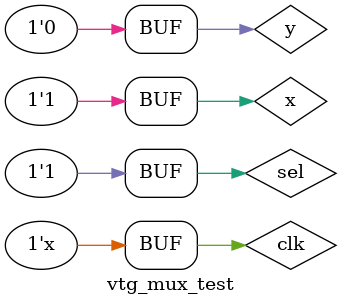
<source format=v>
`timescale 10ns/100ps

`include "vtg_mux.v"

module vtg_mux_test;

  // Net declarations
  
    reg     clk;
    reg     rst;
    
    reg     x;
    reg     y;
    reg     sel;
    wire    z;    



  // Module instantiations

    vtg_mux mu(
        .x(x),
        .y(y),
        .sel(sel),
        .z(z)
    );


  // Assignments


  // Behaviour

  always #4 clk = ~clk;  // 12.5 Mhz

    initial
    begin
    
    // 0 ns
        x <= 1'b0;
        y <= 1'b0;
        sel <= 1'b0;
    
    // 50 ns
    #5  x <= 1'b1;
    
    // 100 ns
    #5  sel <= 1'b1;
    
    end

endmodule

</source>
